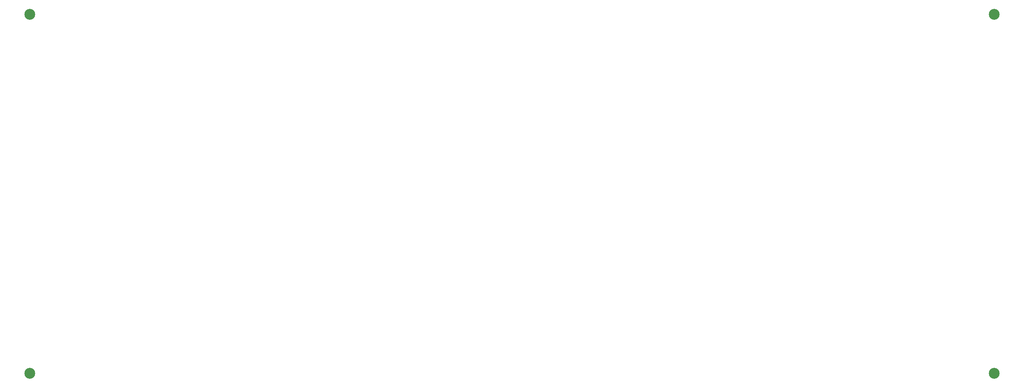
<source format=gbr>
%TF.GenerationSoftware,KiCad,Pcbnew,(6.0.10)*%
%TF.CreationDate,2023-02-26T13:23:57-06:00*%
%TF.ProjectId,Asymptote_Coriander_Plate,4173796d-7074-46f7-9465-5f436f726961,rev?*%
%TF.SameCoordinates,Original*%
%TF.FileFunction,Soldermask,Top*%
%TF.FilePolarity,Negative*%
%FSLAX46Y46*%
G04 Gerber Fmt 4.6, Leading zero omitted, Abs format (unit mm)*
G04 Created by KiCad (PCBNEW (6.0.10)) date 2023-02-26 13:23:57*
%MOMM*%
%LPD*%
G01*
G04 APERTURE LIST*
%ADD10C,2.500000*%
G04 APERTURE END LIST*
D10*
%TO.C,*%
X37056122Y-53400000D03*
%TD*%
%TO.C,*%
X37056378Y-136100000D03*
%TD*%
%TO.C,*%
X258943878Y-136100000D03*
%TD*%
%TO.C,*%
X258943622Y-53400000D03*
%TD*%
M02*

</source>
